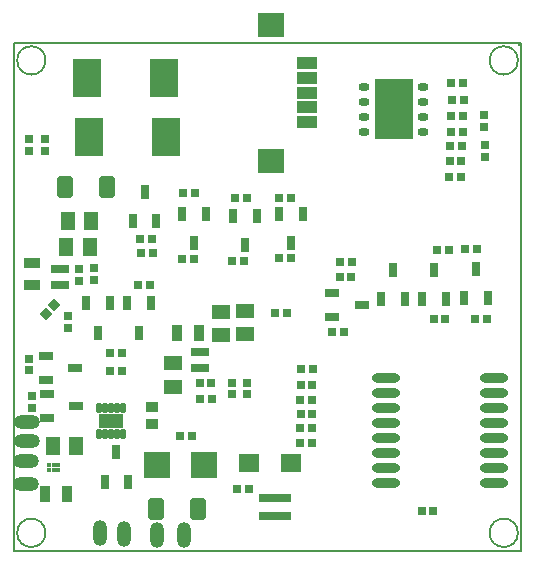
<source format=gbs>
%FSLAX25Y25*%
%MOIN*%
G70*
G01*
G75*
G04 Layer_Color=16711935*
%ADD10C,0.01500*%
%ADD11C,0.02000*%
%ADD12R,0.02362X0.02362*%
%ADD13R,0.05000X0.07874*%
%ADD14R,0.05000X0.05000*%
%ADD15R,0.04800X0.05600*%
%ADD16R,0.02362X0.02362*%
%ADD17R,0.02756X0.03347*%
%ADD18O,0.06299X0.01181*%
%ADD19O,0.01181X0.06299*%
%ADD20R,0.06299X0.01181*%
%ADD21C,0.03937*%
G04:AMPARAMS|DCode=22|XSize=41.34mil|YSize=86.61mil|CornerRadius=6.2mil|HoleSize=0mil|Usage=FLASHONLY|Rotation=0.000|XOffset=0mil|YOffset=0mil|HoleType=Round|Shape=RoundedRectangle|*
%AMROUNDEDRECTD22*
21,1,0.04134,0.07421,0,0,0.0*
21,1,0.02894,0.08661,0,0,0.0*
1,1,0.01240,0.01447,-0.03711*
1,1,0.01240,-0.01447,-0.03711*
1,1,0.01240,-0.01447,0.03711*
1,1,0.01240,0.01447,0.03711*
%
%ADD22ROUNDEDRECTD22*%
G04:AMPARAMS|DCode=23|XSize=39.37mil|YSize=41.34mil|CornerRadius=5.91mil|HoleSize=0mil|Usage=FLASHONLY|Rotation=0.000|XOffset=0mil|YOffset=0mil|HoleType=Round|Shape=RoundedRectangle|*
%AMROUNDEDRECTD23*
21,1,0.03937,0.02953,0,0,0.0*
21,1,0.02756,0.04134,0,0,0.0*
1,1,0.01181,0.01378,-0.01476*
1,1,0.01181,-0.01378,-0.01476*
1,1,0.01181,-0.01378,0.01476*
1,1,0.01181,0.01378,0.01476*
%
%ADD23ROUNDEDRECTD23*%
%ADD24R,0.00984X0.01083*%
%ADD25R,0.01083X0.00984*%
%ADD26R,0.03347X0.02756*%
%ADD27R,0.01890X0.01181*%
%ADD28R,0.01181X0.01890*%
%ADD29R,0.00984X0.01083*%
%ADD30R,0.01083X0.00984*%
%ADD31R,0.00787X0.01378*%
%ADD32R,0.01181X0.01378*%
%ADD33R,0.00984X0.01378*%
%ADD34R,0.01181X0.01181*%
%ADD35R,0.03937X0.02362*%
%ADD36R,0.03937X0.03150*%
%ADD37R,0.03150X0.03937*%
%ADD38R,0.09843X0.11811*%
%ADD39O,0.07087X0.02362*%
%ADD40O,0.02362X0.07087*%
%ADD41C,0.00800*%
%ADD42C,0.01000*%
%ADD43C,0.00500*%
%ADD44C,0.00600*%
%ADD45R,0.12000X0.09600*%
%ADD46C,0.02000*%
%ADD47C,0.04000*%
%ADD48C,0.03000*%
%ADD49C,0.05000*%
%ADD50C,0.04000*%
%ADD51C,0.03000*%
%ADD52R,0.05906X0.03150*%
%ADD53R,0.07874X0.07087*%
%ADD54R,0.05906X0.05118*%
%ADD55R,0.02362X0.03937*%
%ADD56R,0.07874X0.07874*%
%ADD57P,0.03341X4X90.0*%
%ADD58R,0.09843X0.01969*%
%ADD59O,0.03937X0.07874*%
%ADD60R,0.08661X0.11811*%
G04:AMPARAMS|DCode=61|XSize=45mil|YSize=65mil|CornerRadius=5.63mil|HoleSize=0mil|Usage=FLASHONLY|Rotation=0.000|XOffset=0mil|YOffset=0mil|HoleType=Round|Shape=RoundedRectangle|*
%AMROUNDEDRECTD61*
21,1,0.04500,0.05375,0,0,0.0*
21,1,0.03375,0.06500,0,0,0.0*
1,1,0.01125,0.01688,-0.02688*
1,1,0.01125,-0.01688,-0.02688*
1,1,0.01125,-0.01688,0.02688*
1,1,0.01125,0.01688,0.02688*
%
%ADD61ROUNDEDRECTD61*%
%ADD62O,0.02953X0.01772*%
%ADD63R,0.11811X0.19685*%
%ADD64O,0.08661X0.02362*%
%ADD65R,0.07087X0.04331*%
%ADD66O,0.01378X0.02756*%
%ADD67R,0.05118X0.03937*%
%ADD68R,0.01200X0.01800*%
%ADD69R,0.02559X0.04921*%
%ADD70R,0.03937X0.05118*%
%ADD71R,0.04921X0.02559*%
%ADD72C,0.00787*%
%ADD73O,0.07874X0.03937*%
%ADD74R,0.10738X0.04200*%
%ADD75C,0.01200*%
%ADD76C,0.00300*%
%ADD77C,0.00400*%
%ADD78R,0.35200X0.19400*%
%ADD79R,0.02228X0.02472*%
%ADD80R,0.03162X0.03162*%
%ADD81R,0.05800X0.08674*%
%ADD82R,0.05800X0.05800*%
%ADD83R,0.05600X0.06400*%
%ADD84R,0.03162X0.03162*%
%ADD85R,0.03556X0.04147*%
%ADD86O,0.07099X0.01981*%
%ADD87O,0.01981X0.07099*%
%ADD88R,0.07099X0.01981*%
%ADD89C,0.04737*%
G04:AMPARAMS|DCode=90|XSize=49.34mil|YSize=94.61mil|CornerRadius=7.4mil|HoleSize=0mil|Usage=FLASHONLY|Rotation=0.000|XOffset=0mil|YOffset=0mil|HoleType=Round|Shape=RoundedRectangle|*
%AMROUNDEDRECTD90*
21,1,0.04934,0.07981,0,0,0.0*
21,1,0.03454,0.09461,0,0,0.0*
1,1,0.01480,0.01727,-0.03991*
1,1,0.01480,-0.01727,-0.03991*
1,1,0.01480,-0.01727,0.03991*
1,1,0.01480,0.01727,0.03991*
%
%ADD90ROUNDEDRECTD90*%
G04:AMPARAMS|DCode=91|XSize=47.37mil|YSize=49.34mil|CornerRadius=7.11mil|HoleSize=0mil|Usage=FLASHONLY|Rotation=0.000|XOffset=0mil|YOffset=0mil|HoleType=Round|Shape=RoundedRectangle|*
%AMROUNDEDRECTD91*
21,1,0.04737,0.03513,0,0,0.0*
21,1,0.03316,0.04934,0,0,0.0*
1,1,0.01421,0.01658,-0.01756*
1,1,0.01421,-0.01658,-0.01756*
1,1,0.01421,-0.01658,0.01756*
1,1,0.01421,0.01658,0.01756*
%
%ADD91ROUNDEDRECTD91*%
%ADD92R,0.01784X0.01883*%
%ADD93R,0.01883X0.01784*%
%ADD94R,0.04147X0.03556*%
%ADD95R,0.02690X0.01981*%
%ADD96R,0.01981X0.02690*%
%ADD97R,0.01784X0.01883*%
%ADD98R,0.01883X0.01784*%
%ADD99R,0.01587X0.02178*%
%ADD100R,0.01981X0.02178*%
%ADD101R,0.01784X0.02178*%
%ADD102R,0.01981X0.01981*%
%ADD103R,0.04737X0.03162*%
%ADD104R,0.04737X0.03950*%
%ADD105R,0.03950X0.04737*%
%ADD106R,0.10642X0.12611*%
%ADD107O,0.07887X0.03162*%
%ADD108O,0.03162X0.07887*%
%ADD109R,0.06706X0.03950*%
%ADD110R,0.08674X0.07887*%
%ADD111R,0.06706X0.05918*%
%ADD112R,0.03162X0.04737*%
%ADD113R,0.08674X0.08674*%
%ADD114P,0.04472X4X90.0*%
%ADD115R,0.10642X0.02769*%
%ADD116O,0.04737X0.08674*%
%ADD117R,0.09461X0.12611*%
G04:AMPARAMS|DCode=118|XSize=53mil|YSize=73mil|CornerRadius=6.63mil|HoleSize=0mil|Usage=FLASHONLY|Rotation=0.000|XOffset=0mil|YOffset=0mil|HoleType=Round|Shape=RoundedRectangle|*
%AMROUNDEDRECTD118*
21,1,0.05300,0.05975,0,0,0.0*
21,1,0.03975,0.07300,0,0,0.0*
1,1,0.01325,0.01988,-0.02988*
1,1,0.01325,-0.01988,-0.02988*
1,1,0.01325,-0.01988,0.02988*
1,1,0.01325,0.01988,0.02988*
%
%ADD118ROUNDEDRECTD118*%
%ADD119O,0.03753X0.02572*%
%ADD120R,0.12611X0.20485*%
%ADD121O,0.09461X0.03162*%
%ADD122R,0.07887X0.05131*%
%ADD123O,0.02178X0.03556*%
%ADD124R,0.05918X0.04737*%
%ADD125R,0.02000X0.02600*%
%ADD126R,0.03359X0.05721*%
%ADD127R,0.04737X0.05918*%
%ADD128R,0.05721X0.03359*%
%ADD129C,0.01587*%
%ADD130O,0.08674X0.04737*%
D43*
X10630Y5906D02*
G03*
X10630Y5906I-4724J0D01*
G01*
X168110Y163386D02*
G03*
X168110Y163386I-4724J0D01*
G01*
X10630D02*
G03*
X10630Y163386I-4724J0D01*
G01*
X168110Y5906D02*
G03*
X168110Y5906I-4724J0D01*
G01*
X0Y-74D02*
X169291Y-0D01*
Y169291D01*
X-0D02*
X0Y0D01*
X-0Y169291D02*
X169291D01*
X168484Y168484D02*
X169291Y169291D01*
D80*
X59563Y38179D02*
D03*
X55626D02*
D03*
X78393Y20550D02*
D03*
X74456D02*
D03*
X99601Y55096D02*
D03*
X95664D02*
D03*
X95664Y45496D02*
D03*
X99601D02*
D03*
X99538Y50296D02*
D03*
X95601D02*
D03*
X145893Y155842D02*
D03*
X149830Y155842D02*
D03*
X145723Y139654D02*
D03*
X149660D02*
D03*
X150083Y150222D02*
D03*
X146146D02*
D03*
X149810Y144972D02*
D03*
X145873D02*
D03*
X59992Y97047D02*
D03*
X56055D02*
D03*
X56473Y119095D02*
D03*
X60410D02*
D03*
X92308Y97370D02*
D03*
X88371D02*
D03*
X88413Y117539D02*
D03*
X92350D02*
D03*
X76804Y96565D02*
D03*
X72867D02*
D03*
X73848Y117466D02*
D03*
X77785D02*
D03*
X108972Y96128D02*
D03*
X112909D02*
D03*
X45529Y88664D02*
D03*
X41592D02*
D03*
X106285Y72685D02*
D03*
X110222D02*
D03*
X157909Y77222D02*
D03*
X153972D02*
D03*
X150482Y100390D02*
D03*
X154419D02*
D03*
X65961Y55700D02*
D03*
X62024D02*
D03*
X66209Y50547D02*
D03*
X62272D02*
D03*
X35982Y65988D02*
D03*
X32045D02*
D03*
X35982Y59888D02*
D03*
X32045D02*
D03*
X149298Y129716D02*
D03*
X145361D02*
D03*
X145587Y134958D02*
D03*
X149524D02*
D03*
X149061Y124552D02*
D03*
X145124D02*
D03*
X95384Y40998D02*
D03*
X99321D02*
D03*
X95415Y35906D02*
D03*
X99352D02*
D03*
X112580Y91317D02*
D03*
X108643D02*
D03*
X87074Y79024D02*
D03*
X91011D02*
D03*
X46384Y99178D02*
D03*
X42447D02*
D03*
X46049Y103835D02*
D03*
X42112D02*
D03*
X141145Y100045D02*
D03*
X145082D02*
D03*
X143910Y77153D02*
D03*
X139973D02*
D03*
X139936Y13332D02*
D03*
X136000D02*
D03*
X99663Y60427D02*
D03*
X95726D02*
D03*
D84*
X6174Y51603D02*
D03*
Y47666D02*
D03*
X5185Y60035D02*
D03*
Y63972D02*
D03*
X18256Y78238D02*
D03*
Y74301D02*
D03*
X21811Y93870D02*
D03*
Y89933D02*
D03*
X26886Y94118D02*
D03*
Y90181D02*
D03*
X72929Y52029D02*
D03*
Y55966D02*
D03*
X77948Y52070D02*
D03*
Y56007D02*
D03*
X157006Y131350D02*
D03*
Y135287D02*
D03*
X156770Y145189D02*
D03*
Y141252D02*
D03*
X5052Y133200D02*
D03*
Y137136D02*
D03*
X10552Y133200D02*
D03*
Y137136D02*
D03*
D94*
X46209Y48007D02*
D03*
Y42101D02*
D03*
D103*
X106285Y85759D02*
D03*
X116128Y81822D02*
D03*
X106285Y77885D02*
D03*
X11001Y52216D02*
D03*
X20844Y48279D02*
D03*
X11001Y44342D02*
D03*
X10770Y64880D02*
D03*
X20612Y60943D02*
D03*
X10770Y57006D02*
D03*
D109*
X97700Y162485D02*
D03*
Y157564D02*
D03*
Y152643D02*
D03*
X97700Y147721D02*
D03*
X97700Y142800D02*
D03*
D110*
X85889Y130005D02*
D03*
Y175280D02*
D03*
D111*
X92393Y29150D02*
D03*
X78393Y29150D02*
D03*
D112*
X47597Y109749D02*
D03*
X43660Y119591D02*
D03*
X39723Y109749D02*
D03*
X81017Y111540D02*
D03*
X77080Y101697D02*
D03*
X73143Y111540D02*
D03*
X96354Y112261D02*
D03*
X92417Y102418D02*
D03*
X88480Y112261D02*
D03*
X64013Y112286D02*
D03*
X60076Y102443D02*
D03*
X56139Y112286D02*
D03*
X45800Y82507D02*
D03*
X41863Y72664D02*
D03*
X37926Y82507D02*
D03*
X32111D02*
D03*
X28174Y72664D02*
D03*
X24237Y82507D02*
D03*
X150161Y84022D02*
D03*
X154098Y93865D02*
D03*
X158035Y84022D02*
D03*
X122609Y83726D02*
D03*
X126546Y93568D02*
D03*
X130483Y83726D02*
D03*
X30343Y22873D02*
D03*
X34280Y32715D02*
D03*
X38217Y22873D02*
D03*
X136100Y83820D02*
D03*
X140037Y93663D02*
D03*
X143974Y83820D02*
D03*
D113*
X63595Y28546D02*
D03*
X47846D02*
D03*
D114*
X10692Y78993D02*
D03*
X13476Y81777D02*
D03*
D115*
X87201Y17571D02*
D03*
Y11671D02*
D03*
D116*
X47715Y5334D02*
D03*
X56790Y5133D02*
D03*
X36663Y5596D02*
D03*
X28651Y6008D02*
D03*
D117*
X24620Y157591D02*
D03*
X50211D02*
D03*
X25082Y137686D02*
D03*
X50673D02*
D03*
D118*
X17183Y121158D02*
D03*
X31183D02*
D03*
X47430Y13831D02*
D03*
X61430D02*
D03*
D119*
X116939Y139528D02*
D03*
Y144528D02*
D03*
Y149528D02*
D03*
Y154528D02*
D03*
X136427D02*
D03*
Y149528D02*
D03*
Y144528D02*
D03*
Y139528D02*
D03*
D120*
X126683Y147028D02*
D03*
D121*
X124177Y22677D02*
D03*
X124177Y27677D02*
D03*
X124177Y32677D02*
D03*
X124177Y37677D02*
D03*
X124177Y42677D02*
D03*
X124177Y47677D02*
D03*
X124177Y52677D02*
D03*
X124177Y57677D02*
D03*
X160201Y22677D02*
D03*
Y27677D02*
D03*
X160201Y32677D02*
D03*
X160201Y37677D02*
D03*
Y42677D02*
D03*
Y47677D02*
D03*
Y52677D02*
D03*
Y57677D02*
D03*
D122*
X32479Y43187D02*
D03*
D123*
X28542Y38856D02*
D03*
X30511Y38856D02*
D03*
X32479D02*
D03*
X34448Y38856D02*
D03*
X36416D02*
D03*
Y47518D02*
D03*
X34448D02*
D03*
X32479Y47518D02*
D03*
X30511D02*
D03*
X28542Y47518D02*
D03*
D124*
X69201Y79677D02*
D03*
Y71803D02*
D03*
X77013Y80005D02*
D03*
Y72131D02*
D03*
X53230Y54494D02*
D03*
Y62368D02*
D03*
D125*
X64018Y66092D02*
D03*
X62050D02*
D03*
X60049Y66092D02*
D03*
X62050Y60735D02*
D03*
X64018D02*
D03*
X60049Y60735D02*
D03*
X17326Y93869D02*
D03*
X15358D02*
D03*
X13358Y93869D02*
D03*
X15358Y88512D02*
D03*
X17326Y88512D02*
D03*
X13358D02*
D03*
D126*
X54330Y72529D02*
D03*
X61810D02*
D03*
X10363Y18747D02*
D03*
X17844D02*
D03*
D127*
X25440Y101100D02*
D03*
X17566D02*
D03*
X25907Y109741D02*
D03*
X18033D02*
D03*
X20935Y35005D02*
D03*
X13061Y35005D02*
D03*
D128*
X6079Y88475D02*
D03*
X6079Y95955D02*
D03*
D129*
X11818Y26851D02*
D03*
X11818Y28426D02*
D03*
X13393Y26851D02*
D03*
Y28426D02*
D03*
X14968Y26851D02*
D03*
Y28426D02*
D03*
D130*
X4406Y42902D02*
D03*
X4317Y36483D02*
D03*
X4058Y22143D02*
D03*
X4272Y29740D02*
D03*
M02*

</source>
